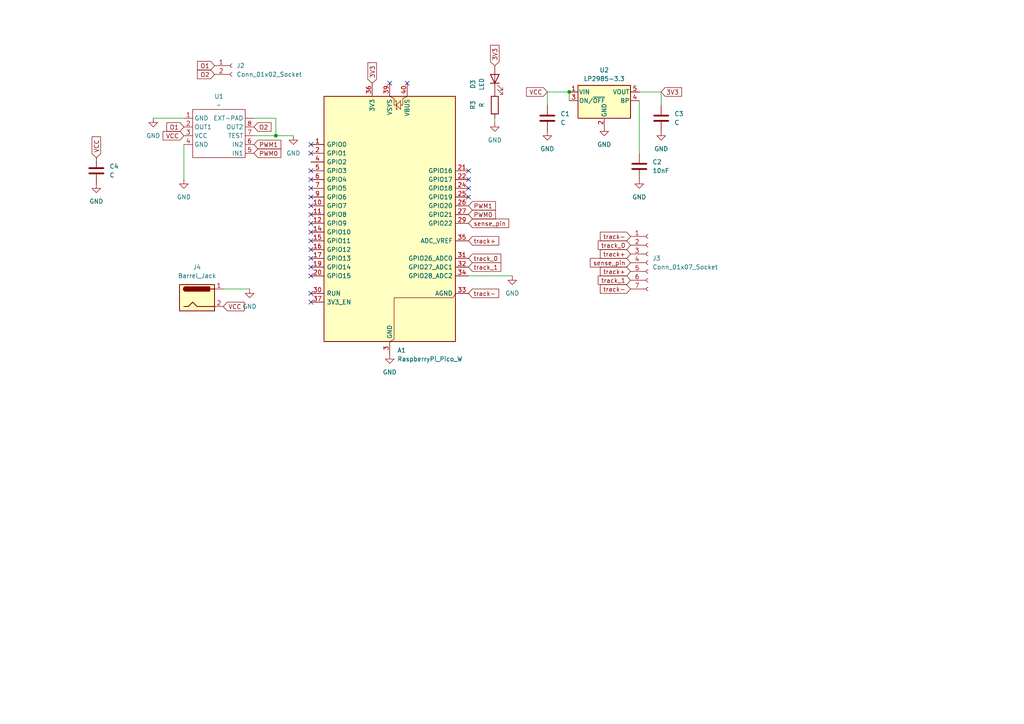
<source format=kicad_sch>
(kicad_sch (version 20231120) (generator "eeschema") (generator_version "8.0")
  (paper "A4")
  (lib_symbols
    (symbol "Connector:Barrel_Jack" (pin_names (offset 1.016))
      (property "Reference" "J" (at 0 5.334 0))
      (property "Value" "Barrel_Jack" (at 0 -5.08 0))
      (symbol "Barrel_Jack_0_1"
        (rectangle (start -5.08 3.81) (end 5.08 -3.81) (stroke (width 0.254)) (fill (type background)))
        (arc (start -3.302 3.175) (mid -3.9343 2.54) (end -3.302 1.905) (stroke (width 0.254)))
        (arc (start -3.302 3.175) (mid -3.9343 2.54) (end -3.302 1.905) (stroke (width 0.254)) (fill (type outline)))
        (polyline (pts (xy 5.08 2.54) (xy 3.81 2.54)) (stroke (width 0.254)))
        (polyline (pts (xy -3.81 -2.54) (xy -2.54 -2.54) (xy -1.27 -1.27) (xy 0 -2.54) (xy 2.54 -2.54) (xy 5.08 -2.54)) (stroke (width 0.254)))
        (rectangle (start 3.683 3.175) (end -3.302 1.905) (stroke (width 0.254)) (fill (type outline)))
      )
      (symbol "Barrel_Jack_1_1"
        (pin passive line (at 7.62 2.54 180) (length 2.54) (name "~") (number "1"))
        (pin passive line (at 7.62 -2.54 180) (length 2.54) (name "~") (number "2"))
      )
    )
    (symbol "Connector:Conn_01x02_Socket" (pin_names (offset 1.016) hide)
      (property "Reference" "J" (at 0 2.54 0))
      (property "Value" "Conn_01x02_Socket" (at 0 -5.08 0))
      (symbol "Conn_01x02_Socket_1_1"
        (arc (start 0 -2.032) (mid -0.5058 -2.54) (end 0 -3.048) (stroke (width 0.1524)))
        (polyline (pts (xy -1.27 -2.54) (xy -0.508 -2.54)) (stroke (width 0.1524)))
        (polyline (pts (xy -1.27 0) (xy -0.508 0)) (stroke (width 0.1524)))
        (arc (start 0 0.508) (mid -0.5058 0) (end 0 -0.508) (stroke (width 0.1524)))
        (pin passive line (at -5.08 0 0) (length 3.81) (name "Pin_1") (number "1"))
        (pin passive line (at -5.08 -2.54 0) (length 3.81) (name "Pin_2") (number "2"))
      )
    )
    (symbol "Connector:Conn_01x07_Socket" (pin_names (offset 1.016) hide)
      (property "Reference" "J" (at 0 10.16 0))
      (property "Value" "Conn_01x07_Socket" (at 0 -10.16 0))
      (symbol "Conn_01x07_Socket_1_1"
        (arc (start 0 -7.112) (mid -0.5058 -7.62) (end 0 -8.128) (stroke (width 0.1524)))
        (arc (start 0 -4.572) (mid -0.5058 -5.08) (end 0 -5.588) (stroke (width 0.1524)))
        (arc (start 0 -2.032) (mid -0.5058 -2.54) (end 0 -3.048) (stroke (width 0.1524)))
        (polyline (pts (xy -1.27 -7.62) (xy -0.508 -7.62)) (stroke (width 0.1524)))
        (polyline (pts (xy -1.27 -5.08) (xy -0.508 -5.08)) (stroke (width 0.1524)))
        (polyline (pts (xy -1.27 -2.54) (xy -0.508 -2.54)) (stroke (width 0.1524)))
        (polyline (pts (xy -1.27 0) (xy -0.508 0)) (stroke (width 0.1524)))
        (polyline (pts (xy -1.27 2.54) (xy -0.508 2.54)) (stroke (width 0.1524)))
        (polyline (pts (xy -1.27 5.08) (xy -0.508 5.08)) (stroke (width 0.1524)))
        (polyline (pts (xy -1.27 7.62) (xy -0.508 7.62)) (stroke (width 0.1524)))
        (arc (start 0 0.508) (mid -0.5058 0) (end 0 -0.508) (stroke (width 0.1524)))
        (arc (start 0 3.048) (mid -0.5058 2.54) (end 0 2.032) (stroke (width 0.1524)))
        (arc (start 0 5.588) (mid -0.5058 5.08) (end 0 4.572) (stroke (width 0.1524)))
        (arc (start 0 8.128) (mid -0.5058 7.62) (end 0 7.112) (stroke (width 0.1524)))
        (pin passive line (at -5.08 7.62 0) (length 3.81) (name "Pin_1") (number "1"))
        (pin passive line (at -5.08 5.08 0) (length 3.81) (name "Pin_2") (number "2"))
        (pin passive line (at -5.08 2.54 0) (length 3.81) (name "Pin_3") (number "3"))
        (pin passive line (at -5.08 0 0) (length 3.81) (name "Pin_4") (number "4"))
        (pin passive line (at -5.08 -2.54 0) (length 3.81) (name "Pin_5") (number "5"))
        (pin passive line (at -5.08 -5.08 0) (length 3.81) (name "Pin_6") (number "6"))
        (pin passive line (at -5.08 -7.62 0) (length 3.81) (name "Pin_7") (number "7"))
      )
    )
    (symbol "Device:C" (pin_numbers hide) (pin_names (offset 0.254))
      (property "Reference" "C" (at 0.635 2.54 0))
      (property "Value" "C" (at 0.635 -2.54 0))
      (symbol "C_0_1"
        (polyline (pts (xy -2.032 -0.762) (xy 2.032 -0.762)) (stroke (width 0.508)))
        (polyline (pts (xy -2.032 0.762) (xy 2.032 0.762)) (stroke (width 0.508)))
      )
      (symbol "C_1_1"
        (pin passive line (at 0 3.81 270) (length 2.794) (name "~") (number "1"))
        (pin passive line (at 0 -3.81 90) (length 2.794) (name "~") (number "2"))
      )
    )
    (symbol "Device:LED" (pin_numbers hide) (pin_names (offset 1.016) hide)
      (property "Reference" "D" (at 0 2.54 0))
      (property "Value" "LED" (at 0 -2.54 0))
      (symbol "LED_0_1"
        (polyline (pts (xy -1.27 -1.27) (xy -1.27 1.27)) (stroke (width 0.254)))
        (polyline (pts (xy -1.27 0) (xy 1.27 0)))
        (polyline (pts (xy 1.27 -1.27) (xy 1.27 1.27) (xy -1.27 0) (xy 1.27 -1.27)) (stroke (width 0.254)))
        (polyline (pts (xy -3.048 -0.762) (xy -4.572 -2.286) (xy -3.81 -2.286) (xy -4.572 -2.286) (xy -4.572 -1.524)))
        (polyline (pts (xy -1.778 -0.762) (xy -3.302 -2.286) (xy -2.54 -2.286) (xy -3.302 -2.286) (xy -3.302 -1.524)))
      )
      (symbol "LED_1_1"
        (pin passive line (at -3.81 0 0) (length 2.54) (name "K") (number "1"))
        (pin passive line (at 3.81 0 180) (length 2.54) (name "A") (number "2"))
      )
    )
    (symbol "Device:R" (pin_numbers hide) (pin_names (offset 0))
      (property "Reference" "R" (at 2.032 0 90))
      (property "Value" "R" (at 0 0 90))
      (symbol "R_0_1"
        (rectangle (start -1.016 -2.54) (end 1.016 2.54) (stroke (width 0.254)))
      )
      (symbol "R_1_1"
        (pin passive line (at 0 3.81 270) (length 1.27) (name "~") (number "1"))
        (pin passive line (at 0 -3.81 90) (length 1.27) (name "~") (number "2"))
      )
    )
    (symbol "MCU_Module_RaspberryPi_Pico:RaspberryPi_Pico_W" (pin_names (offset 0.762))
      (property "Reference" "A" (at -19.05 38.1 0))
      (property "Value" "RaspberryPi_Pico_W" (at 7.62 38.1 0))
      (symbol "RaspberryPi_Pico_W_0_1"
        (rectangle (start -19.05 36.83) (end 19.05 -34.29) (stroke (width 0.254)) (fill (type background)))
        (polyline (pts (xy 0 36.83) (xy 1.27 36.195) (xy 1.27 34.29) (xy 1.905 34.29)))
        (polyline (pts (xy 1.905 34.29) (xy 3.175 35.56) (xy 3.175 33.02) (xy 1.905 34.29)))
        (polyline (pts (xy 5.08 36.83) (xy 3.81 36.195) (xy 3.81 34.29) (xy 3.175 34.29)))
        (polyline (pts (xy 0 -34.29) (xy 1.27 -33.655) (xy 1.27 -21.59) (xy 18.415 -21.59) (xy 19.05 -20.32)))
        (polyline (pts (xy 1.651 35.306) (xy 1.651 35.56) (xy 1.905 35.56) (xy 1.905 33.02) (xy 2.159 33.02) (xy 2.159 33.274)))
      )
      (symbol "RaspberryPi_Pico_W_1_1"
        (pin bidirectional line (at -22.86 22.86 0) (length 3.81) (name "GPIO0") (number "1"))
        (pin bidirectional line (at -22.86 5.08 0) (length 3.81) (name "GPIO7") (number "10"))
        (pin bidirectional line (at -22.86 2.54 0) (length 3.81) (name "GPIO8") (number "11"))
        (pin bidirectional line (at -22.86 0 0) (length 3.81) (name "GPIO9") (number "12"))
        (pin passive line (at 0 -38.1 90) (length 3.81) hide (name "GND") (number "13"))
        (pin bidirectional line (at -22.86 -2.54 0) (length 3.81) (name "GPIO10") (number "14"))
        (pin bidirectional line (at -22.86 -5.08 0) (length 3.81) (name "GPIO11") (number "15"))
        (pin bidirectional line (at -22.86 -7.62 0) (length 3.81) (name "GPIO12") (number "16"))
        (pin bidirectional line (at -22.86 -10.16 0) (length 3.81) (name "GPIO13") (number "17"))
        (pin passive line (at 0 -38.1 90) (length 3.81) hide (name "GND") (number "18"))
        (pin bidirectional line (at -22.86 -12.7 0) (length 3.81) (name "GPIO14") (number "19"))
        (pin bidirectional line (at -22.86 20.32 0) (length 3.81) (name "GPIO1") (number "2"))
        (pin bidirectional line (at -22.86 -15.24 0) (length 3.81) (name "GPIO15") (number "20"))
        (pin bidirectional line (at 22.86 15.24 180) (length 3.81) (name "GPIO16") (number "21"))
        (pin bidirectional line (at 22.86 12.7 180) (length 3.81) (name "GPIO17") (number "22"))
        (pin passive line (at 0 -38.1 90) (length 3.81) hide (name "GND") (number "23"))
        (pin bidirectional line (at 22.86 10.16 180) (length 3.81) (name "GPIO18") (number "24"))
        (pin bidirectional line (at 22.86 7.62 180) (length 3.81) (name "GPIO19") (number "25"))
        (pin bidirectional line (at 22.86 5.08 180) (length 3.81) (name "GPIO20") (number "26"))
        (pin bidirectional line (at 22.86 2.54 180) (length 3.81) (name "GPIO21") (number "27"))
        (pin passive line (at 0 -38.1 90) (length 3.81) hide (name "GND") (number "28"))
        (pin bidirectional line (at 22.86 0 180) (length 3.81) (name "GPIO22") (number "29"))
        (pin power_out line (at 0 -38.1 90) (length 3.81) (name "GND") (number "3"))
        (pin input line (at -22.86 -20.32 0) (length 3.81) (name "RUN") (number "30"))
        (pin bidirectional line (at 22.86 -10.16 180) (length 3.81) (name "GPIO26_ADC0") (number "31"))
        (pin bidirectional line (at 22.86 -12.7 180) (length 3.81) (name "GPIO27_ADC1") (number "32"))
        (pin power_out line (at 22.86 -20.32 180) (length 3.81) (name "AGND") (number "33"))
        (pin bidirectional line (at 22.86 -15.24 180) (length 3.81) (name "GPIO28_ADC2") (number "34"))
        (pin power_in line (at 22.86 -5.08 180) (length 3.81) (name "ADC_VREF") (number "35"))
        (pin power_out line (at -5.08 40.64 270) (length 3.81) (name "3V3") (number "36"))
        (pin input line (at -22.86 -22.86 0) (length 3.81) (name "3V3_EN") (number "37"))
        (pin passive line (at 0 -38.1 90) (length 3.81) hide (name "GND") (number "38"))
        (pin power_out line (at 0 40.64 270) (length 3.81) (name "VSYS") (number "39"))
        (pin bidirectional line (at -22.86 17.78 0) (length 3.81) (name "GPIO2") (number "4"))
        (pin power_out line (at 5.08 40.64 270) (length 3.81) (name "VBUS") (number "40"))
        (pin bidirectional line (at -22.86 15.24 0) (length 3.81) (name "GPIO3") (number "5"))
        (pin bidirectional line (at -22.86 12.7 0) (length 3.81) (name "GPIO4") (number "6"))
        (pin bidirectional line (at -22.86 10.16 0) (length 3.81) (name "GPIO5") (number "7"))
        (pin passive line (at 0 -38.1 90) (length 3.81) hide (name "GND") (number "8"))
        (pin bidirectional line (at -22.86 7.62 0) (length 3.81) (name "GPIO6") (number "9"))
      )
    )
    (symbol "Regulator_Linear:LP2985-3.3" (pin_names (offset 0.254))
      (property "Reference" "U" (at -6.35 5.715 0))
      (property "Value" "LP2985-3.3" (at 0 5.715 0))
      (symbol "LP2985-3.3_0_1"
        (rectangle (start -7.62 -5.08) (end 7.62 4.445) (stroke (width 0.254)) (fill (type background)))
      )
      (symbol "LP2985-3.3_1_1"
        (pin power_in line (at -10.16 2.54 0) (length 2.54) (name "VIN") (number "1"))
        (pin power_in line (at 0 -7.62 90) (length 2.54) (name "GND") (number "2"))
        (pin input line (at -10.16 0 0) (length 2.54) (name "ON/~{OFF}") (number "3"))
        (pin input line (at 10.16 0 180) (length 2.54) (name "BP") (number "4"))
        (pin power_out line (at 10.16 2.54 180) (length 2.54) (name "VOUT") (number "5"))
      )
    )
    (symbol "motor_driver:BD62130AEFJ"
      (property "Reference" "U" (at 0 0 0))
      (symbol "BD62130AEFJ_0_1"
        (rectangle (start -7.62 -1.27) (end 7.62 -15.24))
      )
      (symbol "BD62130AEFJ_1_1"
        (pin passive line (at 10.16 -3.81 180) (length 2.54) (name "EXT-PAD") (number ""))
        (pin passive line (at -10.16 -3.81 0) (length 2.54) (name "GND") (number "1"))
        (pin output line (at -10.16 -6.35 0) (length 2.54) (name "OUT1") (number "2"))
        (pin input line (at -10.16 -8.89 0) (length 2.54) (name "VCC") (number "3"))
        (pin passive line (at -10.16 -11.43 0) (length 2.54) (name "GND") (number "4"))
        (pin input line (at 10.16 -13.97 180) (length 2.54) (name "IN1") (number "5"))
        (pin input line (at 10.16 -11.43 180) (length 2.54) (name "IN2") (number "6"))
        (pin passive line (at 10.16 -8.89 180) (length 2.54) (name "TEST") (number "7"))
        (pin output line (at 10.16 -6.35 180) (length 2.54) (name "OUT2") (number "8"))
      )
    )
    (symbol "power:GND" (power) (pin_numbers hide) (pin_names (offset 0) hide)
      (property "Value" "GND" (at 0 -3.81 0))
      (symbol "GND_0_1"
        (polyline (pts (xy 0 0) (xy 0 -1.27) (xy 1.27 -1.27) (xy 0 -2.54) (xy -1.27 -1.27) (xy 0 -1.27)))
      )
      (symbol "GND_1_1"
        (pin power_in line (at 0 0 270) (length 0) (name "~") (number "1"))
      )
    )
  )
  (junction (at 80.01 39.37))
  (junction (at 165.1 26.67))
  (no_connect (at 90.17 57.15))
  (no_connect (at 90.17 59.69))
  (no_connect (at 113.03 24.13))
  (no_connect (at 90.17 41.91))
  (no_connect (at 90.17 80.01))
  (no_connect (at 90.17 67.31))
  (no_connect (at 90.17 49.53))
  (no_connect (at 90.17 74.93))
  (no_connect (at 90.17 69.85))
  (no_connect (at 90.17 72.39))
  (no_connect (at 135.89 54.61))
  (no_connect (at 135.89 52.07))
  (no_connect (at 135.89 49.53))
  (no_connect (at 90.17 87.63))
  (no_connect (at 135.89 57.15))
  (no_connect (at 90.17 85.09))
  (no_connect (at 118.11 24.13))
  (no_connect (at 90.17 54.61))
  (no_connect (at 90.17 52.07))
  (no_connect (at 90.17 44.45))
  (no_connect (at 90.17 64.77))
  (no_connect (at 90.17 62.23))
  (no_connect (at 90.17 77.47))
  (wire (pts (xy 165.1 26.67) (xy 165.1 29.21)))
  (wire (pts (xy 143.51 35.56) (xy 143.51 34.29)))
  (wire (pts (xy 158.75 26.67) (xy 158.75 30.48)))
  (wire (pts (xy 185.42 44.45) (xy 185.42 29.21)))
  (wire (pts (xy 148.59 80.01) (xy 135.89 80.01)))
  (wire (pts (xy 185.42 26.67) (xy 191.77 26.67)))
  (wire (pts (xy 165.1 26.67) (xy 158.75 26.67)))
  (wire (pts (xy 80.01 39.37) (xy 73.66 39.37)))
  (wire (pts (xy 72.39 83.82) (xy 64.77 83.82)))
  (wire (pts (xy 44.45 34.29) (xy 53.34 34.29)))
  (wire (pts (xy 80.01 34.29) (xy 73.66 34.29)))
  (wire (pts (xy 80.01 34.29) (xy 80.01 39.37)))
  (wire (pts (xy 53.34 52.07) (xy 53.34 41.91)))
  (wire (pts (xy 191.77 26.67) (xy 191.77 30.48)))
  (wire (pts (xy 80.01 39.37) (xy 85.09 39.37)))
  (global_label "O1" (shape input) (at 53.34 36.83 180) (property "Intersheetrefs" "${INTERSHEET_REFS}" (effects (hide yes))))
  (global_label "track+" (shape input) (at 182.88 73.66 180) (property "Intersheetrefs" "${INTERSHEET_REFS}" (effects (hide yes))))
  (global_label "track_1" (shape input) (at 135.89 77.47 0) (property "Intersheetrefs" "${INTERSHEET_REFS}" (effects (hide yes))))
  (global_label "track_1" (shape input) (at 182.88 81.28 180) (property "Intersheetrefs" "${INTERSHEET_REFS}" (effects (hide yes))))
  (global_label "PWM1" (shape input) (at 135.89 59.69 0) (property "Intersheetrefs" "${INTERSHEET_REFS}" (effects (hide yes))))
  (global_label "track+" (shape input) (at 135.89 69.85 0) (property "Intersheetrefs" "${INTERSHEET_REFS}" (effects (hide yes))))
  (global_label "track-" (shape input) (at 135.89 85.09 0) (property "Intersheetrefs" "${INTERSHEET_REFS}" (effects (hide yes))))
  (global_label "O2" (shape input) (at 62.23 21.59 180) (property "Intersheetrefs" "${INTERSHEET_REFS}" (effects (hide yes))))
  (global_label "track-" (shape input) (at 182.88 68.58 180) (property "Intersheetrefs" "${INTERSHEET_REFS}" (effects (hide yes))))
  (global_label "PWM0" (shape input) (at 135.89 62.23 0) (property "Intersheetrefs" "${INTERSHEET_REFS}" (effects (hide yes))))
  (global_label "sense_pin" (shape input) (at 135.89 64.77 0) (property "Intersheetrefs" "${INTERSHEET_REFS}" (effects (hide yes))))
  (global_label "PWM0" (shape input) (at 73.66 44.45 0) (property "Intersheetrefs" "${INTERSHEET_REFS}" (effects (hide yes))))
  (global_label "track+" (shape input) (at 182.88 78.74 180) (property "Intersheetrefs" "${INTERSHEET_REFS}" (effects (hide yes))))
  (global_label "VCC" (shape input) (at 27.94 45.72 90) (property "Intersheetrefs" "${INTERSHEET_REFS}" (effects (hide yes))))
  (global_label "3V3" (shape input) (at 107.95 24.13 90) (property "Intersheetrefs" "${INTERSHEET_REFS}" (effects (hide yes))))
  (global_label "VCC" (shape input) (at 158.75 26.67 180) (property "Intersheetrefs" "${INTERSHEET_REFS}" (effects (hide yes))))
  (global_label "track_0" (shape input) (at 135.89 74.93 0) (property "Intersheetrefs" "${INTERSHEET_REFS}" (effects (hide yes))))
  (global_label "3V3" (shape input) (at 143.51 19.05 90) (property "Intersheetrefs" "${INTERSHEET_REFS}" (effects (hide yes))))
  (global_label "O2" (shape input) (at 73.66 36.83 0) (property "Intersheetrefs" "${INTERSHEET_REFS}" (effects (hide yes))))
  (global_label "VCC" (shape input) (at 53.34 39.37 180) (property "Intersheetrefs" "${INTERSHEET_REFS}" (effects (hide yes))))
  (global_label "3V3" (shape input) (at 191.77 26.67 0) (property "Intersheetrefs" "${INTERSHEET_REFS}" (effects (hide yes))))
  (global_label "sense_pin" (shape input) (at 182.88 76.2 180) (property "Intersheetrefs" "${INTERSHEET_REFS}" (effects (hide yes))))
  (global_label "O1" (shape input) (at 62.23 19.05 180) (property "Intersheetrefs" "${INTERSHEET_REFS}" (effects (hide yes))))
  (global_label "track-" (shape input) (at 182.88 83.82 180) (property "Intersheetrefs" "${INTERSHEET_REFS}" (effects (hide yes))))
  (global_label "VCC" (shape input) (at 64.77 88.9 0) (property "Intersheetrefs" "${INTERSHEET_REFS}" (effects (hide yes))))
  (global_label "track_0" (shape input) (at 182.88 71.12 180) (property "Intersheetrefs" "${INTERSHEET_REFS}" (effects (hide yes))))
  (global_label "PWM1" (shape input) (at 73.66 41.91 0) (property "Intersheetrefs" "${INTERSHEET_REFS}" (effects (hide yes))))
  (symbol (lib_id "Device:LED") (at 143.51 22.86 90) (unit 1)
    (property "Reference" "D3" (at 137.16 24.4475 0))
    (property "Value" "LED" (at 139.7 24.4475 0))
    (property "Footprint" "LED_SMD:LED_0603_1608Metric_Pad1.05x0.95mm_HandSolder" (effects (hide yes)))
    (property "Description" "Light emitting diode" (effects (hide yes)))
  )
  (symbol (lib_id "power:GND") (at 72.39 83.82 0) (unit 1)
    (property "Reference" "#PWR03" (effects (hide yes)))
    (property "Value" "GND" (at 72.39 88.9 0))
    (property "Description" "Power symbol creates a global label with name \"GND\" , ground" (effects (hide yes)))
  )
  (symbol (lib_id "power:GND") (at 185.42 52.07 0) (unit 1)
    (property "Reference" "#PWR011" (effects (hide yes)))
    (property "Value" "GND" (at 185.42 57.15 0))
    (property "Description" "Power symbol creates a global label with name \"GND\" , ground" (effects (hide yes)))
  )
  (symbol (lib_id "power:GND") (at 53.34 52.07 0) (unit 1)
    (property "Reference" "#PWR02" (effects (hide yes)))
    (property "Value" "GND" (at 53.34 57.15 0))
    (property "Description" "Power symbol creates a global label with name \"GND\" , ground" (effects (hide yes)))
  )
  (symbol (lib_id "power:GND") (at 143.51 35.56 0) (unit 1)
    (property "Reference" "#PWR07" (effects (hide yes)))
    (property "Value" "GND" (at 143.51 40.64 0))
    (property "Description" "Power symbol creates a global label with name \"GND\" , ground" (effects (hide yes)))
  )
  (symbol (lib_id "power:GND") (at 191.77 38.1 0) (unit 1)
    (property "Reference" "#PWR012" (effects (hide yes)))
    (property "Value" "GND" (at 191.77 43.18 0))
    (property "Description" "Power symbol creates a global label with name \"GND\" , ground" (effects (hide yes)))
  )
  (symbol (lib_id "Connector:Conn_01x02_Socket") (at 67.31 19.05 0) (unit 1)
    (property "Reference" "J2" (at 68.58 19.0499 0) (effects (justify left)))
    (property "Value" "Conn_01x02_Socket" (at 68.58 21.5899 0) (effects (justify left)))
    (property "Footprint" "Connector_JST:JST_XH_B2B-XH-A_1x02_P2.50mm_Vertical" (effects (hide yes)))
    (property "Description" "Generic connector, single row, 01x02, script generated" (effects (hide yes)))
  )
  (symbol (lib_id "power:GND") (at 27.94 53.34 0) (unit 1)
    (property "Reference" "#PWR013" (effects (hide yes)))
    (property "Value" "GND" (at 27.94 58.42 0))
    (property "Description" "Power symbol creates a global label with name \"GND\" , ground" (effects (hide yes)))
  )
  (symbol (lib_id "motor_driver:BD62130AEFJ") (at 63.5 30.48 0) (unit 1)
    (property "Reference" "U1" (at 63.5 27.94 0))
    (property "Value" "~" (at 63.5 30.48 0))
    (property "Footprint" "Package_SO:HTSOP-8-1EP_3.9x4.9mm_P1.27mm_EP2.4x3.2mm" (effects (hide yes)))
  )
  (symbol (lib_id "power:GND") (at 85.09 39.37 0) (unit 1)
    (property "Reference" "#PWR05" (effects (hide yes)))
    (property "Value" "GND" (at 85.09 44.45 0))
    (property "Description" "Power symbol creates a global label with name \"GND\" , ground" (effects (hide yes)))
  )
  (symbol (lib_id "MCU_Module_RaspberryPi_Pico:RaspberryPi_Pico_W") (at 113.03 64.77 0) (unit 1)
    (property "Reference" "A1" (at 115.2241 101.6 0) (effects (justify left)))
    (property "Value" "RaspberryPi_Pico_W" (at 115.2241 104.14 0) (effects (justify left)))
    (property "Footprint" "Module_RaspberryPi_Pico:RaspberryPi_Pico_Common" (effects (hide yes)))
    (property "Datasheet" "https://datasheets.raspberrypi.com/picow/pico-w-datasheet.pdf" (effects (hide yes)))
    (property "Description" "Versatile and inexpensive wireless microcontroller module powered by RP2040 dual-core Arm Cortex-M0+ processor up to 133 MHz, 264kB SRAM, 2MB QSPI flash, Infineon CYW43439 2.4GHz 802.11n wireless LAN" (effects (hide yes)))
  )
  (symbol (lib_id "power:GND") (at 44.45 34.29 0) (unit 1)
    (property "Reference" "#PWR01" (effects (hide yes)))
    (property "Value" "GND" (at 44.45 39.37 0))
    (property "Description" "Power symbol creates a global label with name \"GND\" , ground" (effects (hide yes)))
  )
  (symbol (lib_id "Device:R") (at 143.51 30.48 180) (unit 1)
    (property "Reference" "R3" (at 137.16 30.48 90))
    (property "Value" "R" (at 139.7 30.48 90))
    (property "Footprint" "Resistor_SMD:R_0603_1608Metric_Pad0.98x0.95mm_HandSolder" (effects (hide yes)))
    (property "Description" "Resistor" (effects (hide yes)))
  )
  (symbol (lib_id "power:GND") (at 175.26 36.83 0) (unit 1)
    (property "Reference" "#PWR010" (effects (hide yes)))
    (property "Value" "GND" (at 175.26 41.91 0))
    (property "Description" "Power symbol creates a global label with name \"GND\" , ground" (effects (hide yes)))
  )
  (symbol (lib_id "Device:C") (at 27.94 49.53 0) (unit 1)
    (property "Reference" "C4" (at 31.75 48.2599 0) (effects (justify left)))
    (property "Value" "C" (at 31.75 50.7999 0) (effects (justify left)))
    (property "Footprint" "Capacitor_SMD:C_Elec_4x5.4" (effects (hide yes)))
    (property "Description" "Unpolarized capacitor" (effects (hide yes)))
  )
  (symbol (lib_id "Connector:Barrel_Jack") (at 57.15 86.36 0) (unit 1)
    (property "Reference" "J4" (at 57.15 77.47 0))
    (property "Value" "Barrel_Jack" (at 57.15 80.01 0))
    (property "Footprint" "TerminalBlock_Phoenix:TerminalBlock_Phoenix_MKDS-1,5-2_1x02_P5.00mm_Horizontal" (effects (hide yes)))
    (property "Description" "DC Barrel Jack" (effects (hide yes)))
  )
  (symbol (lib_id "power:GND") (at 148.59 80.01 0) (unit 1)
    (property "Reference" "#PWR08" (effects (hide yes)))
    (property "Value" "GND" (at 148.59 85.09 0))
    (property "Description" "Power symbol creates a global label with name \"GND\" , ground" (effects (hide yes)))
  )
  (symbol (lib_id "Connector:Conn_01x07_Socket") (at 187.96 76.2 0) (unit 1)
    (property "Reference" "J3" (at 189.23 74.9299 0) (effects (justify left)))
    (property "Value" "Conn_01x07_Socket" (at 189.23 77.4699 0) (effects (justify left)))
    (property "Footprint" "Connector_JST:JST_XH_B7B-XH-A_1x07_P2.50mm_Vertical" (effects (hide yes)))
    (property "Description" "Generic connector, single row, 01x07, script generated" (effects (hide yes)))
  )
  (symbol (lib_id "Device:C") (at 191.77 34.29 0) (unit 1)
    (property "Reference" "C3" (at 195.58 33.0199 0) (effects (justify left)))
    (property "Value" "C" (at 195.58 35.5599 0) (effects (justify left)))
    (property "Footprint" "Capacitor_SMD:C_0603_1608Metric_Pad1.08x0.95mm_HandSolder" (effects (hide yes)))
    (property "Description" "Unpolarized capacitor" (effects (hide yes)))
  )
  (symbol (lib_id "power:GND") (at 113.03 102.87 0) (unit 1)
    (property "Reference" "#PWR06" (effects (hide yes)))
    (property "Value" "GND" (at 113.03 107.95 0))
    (property "Description" "Power symbol creates a global label with name \"GND\" , ground" (effects (hide yes)))
  )
  (symbol (lib_id "Device:C") (at 158.75 34.29 0) (unit 1)
    (property "Reference" "C1" (at 162.56 33.0199 0) (effects (justify left)))
    (property "Value" "C" (at 162.56 35.5599 0) (effects (justify left)))
    (property "Footprint" "Capacitor_SMD:C_0603_1608Metric_Pad1.08x0.95mm_HandSolder" (effects (hide yes)))
    (property "Description" "Unpolarized capacitor" (effects (hide yes)))
  )
  (symbol (lib_id "power:GND") (at 158.75 38.1 0) (unit 1)
    (property "Reference" "#PWR09" (effects (hide yes)))
    (property "Value" "GND" (at 158.75 43.18 0))
    (property "Description" "Power symbol creates a global label with name \"GND\" , ground" (effects (hide yes)))
  )
  (symbol (lib_id "Device:C") (at 185.42 48.26 0) (unit 1)
    (property "Reference" "C2" (at 189.23 46.9899 0) (effects (justify left)))
    (property "Value" "10nF" (at 189.23 49.5299 0) (effects (justify left)))
    (property "Footprint" "Capacitor_SMD:C_0603_1608Metric_Pad1.08x0.95mm_HandSolder" (effects (hide yes)))
    (property "Description" "Unpolarized capacitor" (effects (hide yes)))
  )
  (symbol (lib_id "Regulator_Linear:LP2985-3.3") (at 175.26 29.21 0) (unit 1)
    (property "Reference" "U2" (at 175.26 20.32 0))
    (property "Value" "LP2985-3.3" (at 175.26 22.86 0))
    (property "Footprint" "Package_TO_SOT_SMD:SOT-23-5" (effects (hide yes)))
    (property "Datasheet" "http://www.ti.com/lit/ds/symlink/lp2985.pdf" (effects (hide yes)))
    (property "Description" "150mA 16V Low-noise Low-dropout Regulator With Shutdown, 3.3V output voltage, SOT-23-5" (effects (hide yes)))
  )
)
</source>
